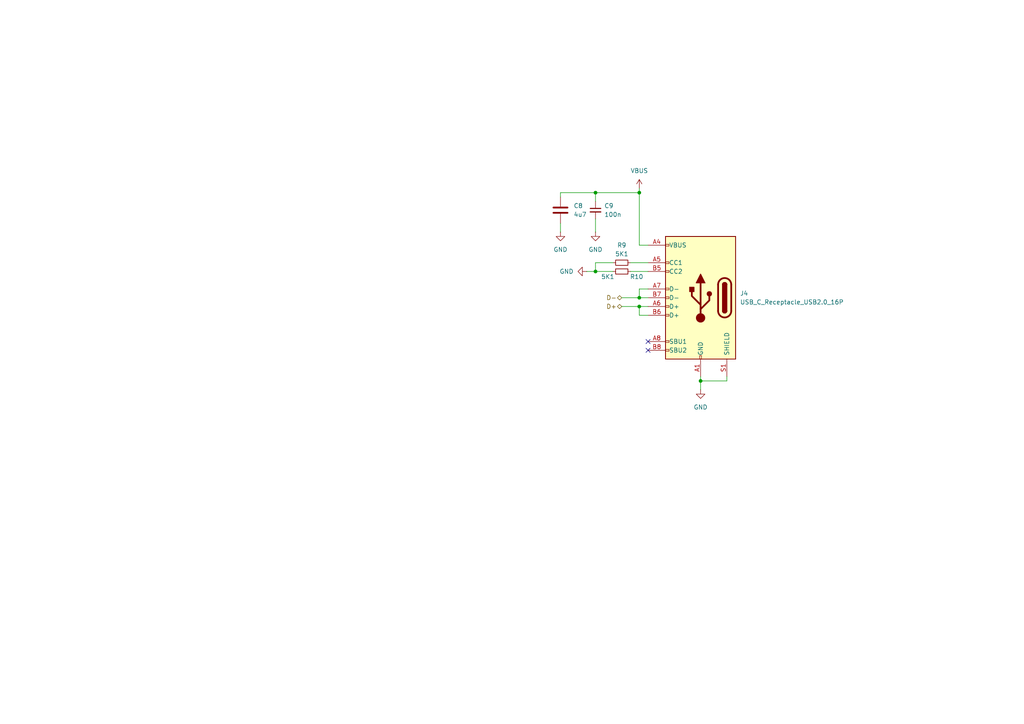
<source format=kicad_sch>
(kicad_sch (version 20231120) (generator "eeschema") (generator_version "8.0")
  (paper "A4")
  (lib_symbols
    (symbol "Connector:USB_C_Receptacle_USB2.0_16P" (pin_names (offset 1.016))
      (property "Reference" "J" (at 0 22.225 0))
      (property "Value" "USB_C_Receptacle_USB2.0_16P" (at 0 19.685 0))
      (symbol "USB_C_Receptacle_USB2.0_16P_0_0"
        (rectangle (start -0.254 -17.78) (end 0.254 -16.764))
        (rectangle (start 10.16 -14.986) (end 9.144 -15.494))
        (rectangle (start 10.16 -12.446) (end 9.144 -12.954))
        (rectangle (start 10.16 -4.826) (end 9.144 -5.334))
        (rectangle (start 10.16 -2.286) (end 9.144 -2.794))
        (rectangle (start 10.16 0.254) (end 9.144 -0.254))
        (rectangle (start 10.16 2.794) (end 9.144 2.286))
        (rectangle (start 10.16 7.874) (end 9.144 7.366))
        (rectangle (start 10.16 10.414) (end 9.144 9.906))
        (rectangle (start 10.16 15.494) (end 9.144 14.986))
      )
      (symbol "USB_C_Receptacle_USB2.0_16P_0_1"
        (rectangle (start -10.16 17.78) (end 10.16 -17.78) (stroke (width 0.254)) (fill (type background)))
        (arc (start -8.89 -3.81) (mid -6.985 -5.7067) (end -5.08 -3.81) (stroke (width 0.508)))
        (arc (start -7.62 -3.81) (mid -6.985 -4.4423) (end -6.35 -3.81) (stroke (width 0.254)))
        (arc (start -7.62 -3.81) (mid -6.985 -4.4423) (end -6.35 -3.81) (stroke (width 0.254)) (fill (type outline)))
        (rectangle (start -7.62 -3.81) (end -6.35 3.81) (stroke (width 0.254)) (fill (type outline)))
        (arc (start -6.35 3.81) (mid -6.985 4.4423) (end -7.62 3.81) (stroke (width 0.254)))
        (arc (start -6.35 3.81) (mid -6.985 4.4423) (end -7.62 3.81) (stroke (width 0.254)) (fill (type outline)))
        (arc (start -5.08 3.81) (mid -6.985 5.7067) (end -8.89 3.81) (stroke (width 0.508)))
        (circle (center -2.54 1.143) (radius 0.635) (stroke (width 0.254)) (fill (type outline)))
        (circle (center 0 -5.842) (radius 1.27) (fill (type outline)))
        (polyline (pts (xy -8.89 -3.81) (xy -8.89 3.81)) (stroke (width 0.508)))
        (polyline (pts (xy -5.08 3.81) (xy -5.08 -3.81)) (stroke (width 0.508)))
        (polyline (pts (xy 0 -5.842) (xy 0 4.318)) (stroke (width 0.508)))
        (polyline (pts (xy 0 -3.302) (xy -2.54 -0.762) (xy -2.54 0.508)) (stroke (width 0.508)))
        (polyline (pts (xy 0 -2.032) (xy 2.54 0.508) (xy 2.54 1.778)) (stroke (width 0.508)))
        (polyline (pts (xy -1.27 4.318) (xy 0 6.858) (xy 1.27 4.318) (xy -1.27 4.318)) (stroke (width 0.254)) (fill (type outline)))
        (rectangle (start 1.905 1.778) (end 3.175 3.048) (stroke (width 0.254)) (fill (type outline)))
      )
      (symbol "USB_C_Receptacle_USB2.0_16P_1_1"
        (pin passive line (at 0 -22.86 90) (length 5.08) (name "GND") (number "A1"))
        (pin passive line (at 0 -22.86 90) (length 5.08) hide (name "GND") (number "A12"))
        (pin passive line (at 15.24 15.24 180) (length 5.08) (name "VBUS") (number "A4"))
        (pin bidirectional line (at 15.24 10.16 180) (length 5.08) (name "CC1") (number "A5"))
        (pin bidirectional line (at 15.24 -2.54 180) (length 5.08) (name "D+") (number "A6"))
        (pin bidirectional line (at 15.24 2.54 180) (length 5.08) (name "D-") (number "A7"))
        (pin bidirectional line (at 15.24 -12.7 180) (length 5.08) (name "SBU1") (number "A8"))
        (pin passive line (at 15.24 15.24 180) (length 5.08) hide (name "VBUS") (number "A9"))
        (pin passive line (at 0 -22.86 90) (length 5.08) hide (name "GND") (number "B1"))
        (pin passive line (at 0 -22.86 90) (length 5.08) hide (name "GND") (number "B12"))
        (pin passive line (at 15.24 15.24 180) (length 5.08) hide (name "VBUS") (number "B4"))
        (pin bidirectional line (at 15.24 7.62 180) (length 5.08) (name "CC2") (number "B5"))
        (pin bidirectional line (at 15.24 -5.08 180) (length 5.08) (name "D+") (number "B6"))
        (pin bidirectional line (at 15.24 0 180) (length 5.08) (name "D-") (number "B7"))
        (pin bidirectional line (at 15.24 -15.24 180) (length 5.08) (name "SBU2") (number "B8"))
        (pin passive line (at 15.24 15.24 180) (length 5.08) hide (name "VBUS") (number "B9"))
        (pin passive line (at -7.62 -22.86 90) (length 5.08) (name "SHIELD") (number "S1"))
      )
    )
    (symbol "Device:C" (pin_numbers hide) (pin_names (offset 0.254))
      (property "Reference" "C" (at 0.635 2.54 0))
      (property "Value" "C" (at 0.635 -2.54 0))
      (symbol "C_0_1"
        (polyline (pts (xy -2.032 -0.762) (xy 2.032 -0.762)) (stroke (width 0.508)))
        (polyline (pts (xy -2.032 0.762) (xy 2.032 0.762)) (stroke (width 0.508)))
      )
      (symbol "C_1_1"
        (pin passive line (at 0 3.81 270) (length 2.794) (name "~") (number "1"))
        (pin passive line (at 0 -3.81 90) (length 2.794) (name "~") (number "2"))
      )
    )
    (symbol "Device:C_Small" (pin_numbers hide) (pin_names (offset 0.254) hide)
      (property "Reference" "C" (at 0.254 1.778 0))
      (property "Value" "C_Small" (at 0.254 -2.032 0))
      (symbol "C_Small_0_1"
        (polyline (pts (xy -1.524 -0.508) (xy 1.524 -0.508)) (stroke (width 0.3302)))
        (polyline (pts (xy -1.524 0.508) (xy 1.524 0.508)) (stroke (width 0.3048)))
      )
      (symbol "C_Small_1_1"
        (pin passive line (at 0 2.54 270) (length 2.032) (name "~") (number "1"))
        (pin passive line (at 0 -2.54 90) (length 2.032) (name "~") (number "2"))
      )
    )
    (symbol "Device:R_Small" (pin_numbers hide) (pin_names (offset 0.254) hide)
      (property "Reference" "R" (at 0.762 0.508 0))
      (property "Value" "R_Small" (at 0.762 -1.016 0))
      (symbol "R_Small_0_1"
        (rectangle (start -0.762 1.778) (end 0.762 -1.778) (stroke (width 0.2032)))
      )
      (symbol "R_Small_1_1"
        (pin passive line (at 0 2.54 270) (length 0.762) (name "~") (number "1"))
        (pin passive line (at 0 -2.54 90) (length 0.762) (name "~") (number "2"))
      )
    )
    (symbol "power:GND" (power) (pin_numbers hide) (pin_names (offset 0) hide)
      (property "Value" "GND" (at 0 -3.81 0))
      (symbol "GND_0_1"
        (polyline (pts (xy 0 0) (xy 0 -1.27) (xy 1.27 -1.27) (xy 0 -2.54) (xy -1.27 -1.27) (xy 0 -1.27)))
      )
      (symbol "GND_1_1"
        (pin power_in line (at 0 0 270) (length 0) (name "~") (number "1"))
      )
    )
    (symbol "power:VBUS" (power) (pin_numbers hide) (pin_names (offset 0) hide)
      (property "Value" "VBUS" (at 0 3.556 0))
      (symbol "VBUS_0_1"
        (polyline (pts (xy -0.762 1.27) (xy 0 2.54)))
        (polyline (pts (xy 0 0) (xy 0 2.54)))
        (polyline (pts (xy 0 2.54) (xy 0.762 1.27)))
      )
      (symbol "VBUS_1_1"
        (pin power_in line (at 0 0 90) (length 0) (name "~") (number "1"))
      )
    )
  )
  (junction (at 172.72 78.74))
  (junction (at 185.42 55.88))
  (junction (at 203.2 110.49))
  (junction (at 172.72 55.88))
  (junction (at 185.42 88.9))
  (junction (at 185.42 86.36))
  (no_connect (at 187.96 101.6))
  (no_connect (at 187.96 99.06))
  (wire (pts (xy 172.72 78.74) (xy 177.8 78.74)))
  (wire (pts (xy 180.34 88.9) (xy 185.42 88.9)))
  (wire (pts (xy 185.42 91.44) (xy 185.42 88.9)))
  (wire (pts (xy 187.96 83.82) (xy 185.42 83.82)))
  (wire (pts (xy 185.42 88.9) (xy 187.96 88.9)))
  (wire (pts (xy 170.18 78.74) (xy 172.72 78.74)))
  (wire (pts (xy 172.72 76.2) (xy 172.72 78.74)))
  (wire (pts (xy 185.42 71.12) (xy 187.96 71.12)))
  (wire (pts (xy 162.56 55.88) (xy 172.72 55.88)))
  (wire (pts (xy 162.56 57.15) (xy 162.56 55.88)))
  (wire (pts (xy 162.56 64.77) (xy 162.56 67.31)))
  (wire (pts (xy 185.42 54.61) (xy 185.42 55.88)))
  (wire (pts (xy 185.42 83.82) (xy 185.42 86.36)))
  (wire (pts (xy 203.2 110.49) (xy 203.2 109.22)))
  (wire (pts (xy 172.72 67.31) (xy 172.72 63.5)))
  (wire (pts (xy 210.82 109.22) (xy 210.82 110.49)))
  (wire (pts (xy 182.88 76.2) (xy 187.96 76.2)))
  (wire (pts (xy 187.96 91.44) (xy 185.42 91.44)))
  (wire (pts (xy 172.72 55.88) (xy 185.42 55.88)))
  (wire (pts (xy 185.42 86.36) (xy 187.96 86.36)))
  (wire (pts (xy 177.8 76.2) (xy 172.72 76.2)))
  (wire (pts (xy 172.72 55.88) (xy 172.72 58.42)))
  (wire (pts (xy 180.34 86.36) (xy 185.42 86.36)))
  (wire (pts (xy 210.82 110.49) (xy 203.2 110.49)))
  (wire (pts (xy 182.88 78.74) (xy 187.96 78.74)))
  (wire (pts (xy 185.42 55.88) (xy 185.42 71.12)))
  (wire (pts (xy 203.2 113.03) (xy 203.2 110.49)))
  (hierarchical_label "D+" (shape bidirectional) (at 180.34 88.9 180))
  (hierarchical_label "D-" (shape bidirectional) (at 180.34 86.36 180))
  (symbol (lib_id "power:GND") (at 172.72 67.31 0) (unit 1)
    (property "Reference" "#PWR038" (effects (hide yes)))
    (property "Value" "GND" (at 172.72 72.39 0))
    (property "Description" "Power symbol creates a global label with name \"GND\" , ground" (effects (hide yes)))
  )
  (symbol (lib_id "Device:C") (at 162.56 60.96 0) (unit 1)
    (property "Reference" "C8" (at 166.37 59.6899 0) (effects (justify left)))
    (property "Value" "4u7" (at 166.37 62.2299 0) (effects (justify left)))
    (property "Footprint" "Capacitor_SMD:C_0805_2012Metric" (effects (hide yes)))
    (property "Description" "Unpolarized capacitor" (effects (hide yes)))
  )
  (symbol (lib_id "power:GND") (at 170.18 78.74 270) (unit 1)
    (property "Reference" "#PWR037" (effects (hide yes)))
    (property "Value" "GND" (at 166.37 78.7399 90) (effects (justify right)))
    (property "Description" "Power symbol creates a global label with name \"GND\" , ground" (effects (hide yes)))
  )
  (symbol (lib_id "Device:R_Small") (at 180.34 76.2 90) (unit 1)
    (property "Reference" "R9" (at 180.34 71.12 90))
    (property "Value" "5K1" (at 180.34 73.66 90))
    (property "Footprint" "Resistor_SMD:R_0402_1005Metric" (effects (hide yes)))
    (property "Description" "Resistor, small symbol" (effects (hide yes)))
  )
  (symbol (lib_id "power:GND") (at 203.2 113.03 0) (unit 1)
    (property "Reference" "#PWR035" (effects (hide yes)))
    (property "Value" "GND" (at 203.2 118.11 0))
    (property "Description" "Power symbol creates a global label with name \"GND\" , ground" (effects (hide yes)))
  )
  (symbol (lib_id "power:VBUS") (at 185.42 54.61 0) (unit 1)
    (property "Reference" "#PWR036" (effects (hide yes)))
    (property "Value" "VBUS" (at 185.42 49.53 0))
    (property "Description" "Power symbol creates a global label with name \"VBUS\"" (effects (hide yes)))
  )
  (symbol (lib_id "Device:C_Small") (at 172.72 60.96 0) (unit 1)
    (property "Reference" "C9" (at 175.26 59.6962 0) (effects (justify left)))
    (property "Value" "100n" (at 175.26 62.2362 0) (effects (justify left)))
    (property "Footprint" "Capacitor_SMD:C_0603_1608Metric" (effects (hide yes)))
    (property "Description" "Unpolarized capacitor, small symbol" (effects (hide yes)))
  )
  (symbol (lib_id "Device:R_Small") (at 180.34 78.74 90) (mirror x) (unit 1)
    (property "Reference" "R10" (at 184.658 80.264 90))
    (property "Value" "5K1" (at 176.276 80.264 90))
    (property "Footprint" "Resistor_SMD:R_0402_1005Metric" (effects (hide yes)))
    (property "Description" "Resistor, small symbol" (effects (hide yes)))
  )
  (symbol (lib_id "Connector:USB_C_Receptacle_USB2.0_16P") (at 203.2 86.36 0) (mirror y) (unit 1)
    (property "Reference" "J4" (at 214.63 85.0899 0) (effects (justify right)))
    (property "Value" "USB_C_Receptacle_USB2.0_16P" (at 214.63 87.6299 0) (effects (justify right)))
    (property "Footprint" "Connector_USB:USB_C_Receptacle_G-Switch_GT-USB-7010ASV" (effects (hide yes)))
    (property "Datasheet" "https://www.usb.org/sites/default/files/documents/usb_type-c.zip" (effects (hide yes)))
    (property "Description" "USB 2.0-only 16P Type-C Receptacle connector" (effects (hide yes)))
  )
  (symbol (lib_id "power:GND") (at 162.56 67.31 0) (unit 1)
    (property "Reference" "#PWR022" (effects (hide yes)))
    (property "Value" "GND" (at 162.56 72.39 0))
    (property "Description" "Power symbol creates a global label with name \"GND\" , ground" (effects (hide yes)))
  )
)
</source>
